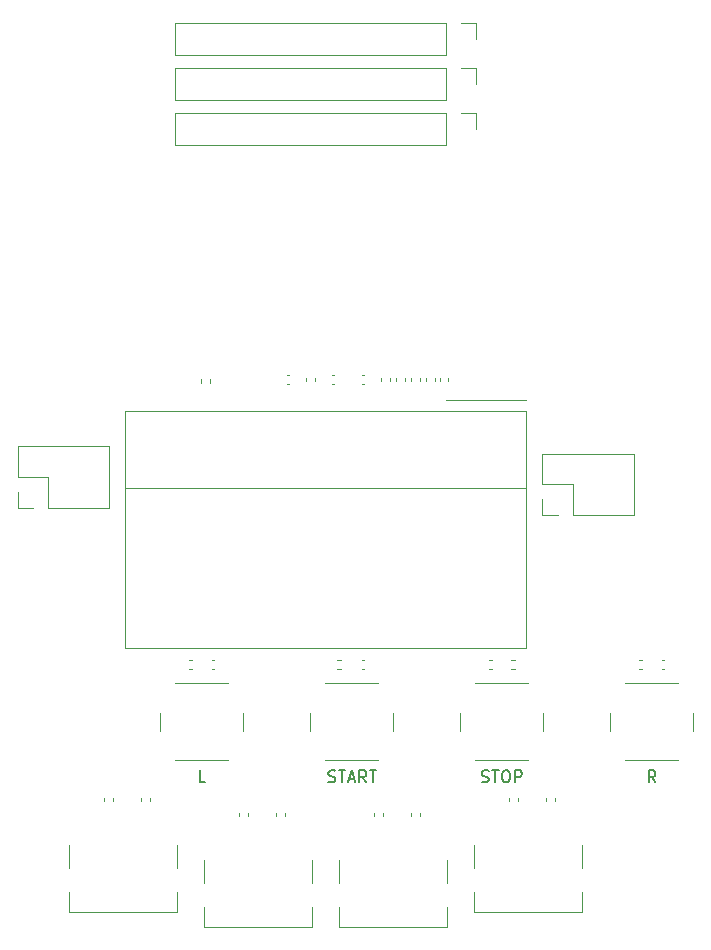
<source format=gbr>
%TF.GenerationSoftware,KiCad,Pcbnew,(6.0.5)*%
%TF.CreationDate,2022-11-15T22:48:55+09:00*%
%TF.ProjectId,IO_Board,494f5f42-6f61-4726-942e-6b696361645f,rev?*%
%TF.SameCoordinates,Original*%
%TF.FileFunction,Legend,Top*%
%TF.FilePolarity,Positive*%
%FSLAX46Y46*%
G04 Gerber Fmt 4.6, Leading zero omitted, Abs format (unit mm)*
G04 Created by KiCad (PCBNEW (6.0.5)) date 2022-11-15 22:48:55*
%MOMM*%
%LPD*%
G01*
G04 APERTURE LIST*
%ADD10C,0.150000*%
%ADD11C,0.120000*%
G04 APERTURE END LIST*
D10*
%TO.C,R*%
X180324523Y-140152380D02*
X179991190Y-139676190D01*
X179753095Y-140152380D02*
X179753095Y-139152380D01*
X180134047Y-139152380D01*
X180229285Y-139200000D01*
X180276904Y-139247619D01*
X180324523Y-139342857D01*
X180324523Y-139485714D01*
X180276904Y-139580952D01*
X180229285Y-139628571D01*
X180134047Y-139676190D01*
X179753095Y-139676190D01*
%TO.C,START*%
X152638809Y-140104761D02*
X152781666Y-140152380D01*
X153019761Y-140152380D01*
X153115000Y-140104761D01*
X153162619Y-140057142D01*
X153210238Y-139961904D01*
X153210238Y-139866666D01*
X153162619Y-139771428D01*
X153115000Y-139723809D01*
X153019761Y-139676190D01*
X152829285Y-139628571D01*
X152734047Y-139580952D01*
X152686428Y-139533333D01*
X152638809Y-139438095D01*
X152638809Y-139342857D01*
X152686428Y-139247619D01*
X152734047Y-139200000D01*
X152829285Y-139152380D01*
X153067380Y-139152380D01*
X153210238Y-139200000D01*
X153495952Y-139152380D02*
X154067380Y-139152380D01*
X153781666Y-140152380D02*
X153781666Y-139152380D01*
X154353095Y-139866666D02*
X154829285Y-139866666D01*
X154257857Y-140152380D02*
X154591190Y-139152380D01*
X154924523Y-140152380D01*
X155829285Y-140152380D02*
X155495952Y-139676190D01*
X155257857Y-140152380D02*
X155257857Y-139152380D01*
X155638809Y-139152380D01*
X155734047Y-139200000D01*
X155781666Y-139247619D01*
X155829285Y-139342857D01*
X155829285Y-139485714D01*
X155781666Y-139580952D01*
X155734047Y-139628571D01*
X155638809Y-139676190D01*
X155257857Y-139676190D01*
X156115000Y-139152380D02*
X156686428Y-139152380D01*
X156400714Y-140152380D02*
X156400714Y-139152380D01*
%TO.C,L*%
X142224523Y-140152380D02*
X141748333Y-140152380D01*
X141748333Y-139152380D01*
%TO.C,STOP*%
X165624523Y-140104761D02*
X165767380Y-140152380D01*
X166005476Y-140152380D01*
X166100714Y-140104761D01*
X166148333Y-140057142D01*
X166195952Y-139961904D01*
X166195952Y-139866666D01*
X166148333Y-139771428D01*
X166100714Y-139723809D01*
X166005476Y-139676190D01*
X165815000Y-139628571D01*
X165719761Y-139580952D01*
X165672142Y-139533333D01*
X165624523Y-139438095D01*
X165624523Y-139342857D01*
X165672142Y-139247619D01*
X165719761Y-139200000D01*
X165815000Y-139152380D01*
X166053095Y-139152380D01*
X166195952Y-139200000D01*
X166481666Y-139152380D02*
X167053095Y-139152380D01*
X166767380Y-140152380D02*
X166767380Y-139152380D01*
X167576904Y-139152380D02*
X167767380Y-139152380D01*
X167862619Y-139200000D01*
X167957857Y-139295238D01*
X168005476Y-139485714D01*
X168005476Y-139819047D01*
X167957857Y-140009523D01*
X167862619Y-140104761D01*
X167767380Y-140152380D01*
X167576904Y-140152380D01*
X167481666Y-140104761D01*
X167386428Y-140009523D01*
X167338809Y-139819047D01*
X167338809Y-139485714D01*
X167386428Y-139295238D01*
X167481666Y-139200000D01*
X167576904Y-139152380D01*
X168434047Y-140152380D02*
X168434047Y-139152380D01*
X168815000Y-139152380D01*
X168910238Y-139200000D01*
X168957857Y-139247619D01*
X169005476Y-139342857D01*
X169005476Y-139485714D01*
X168957857Y-139580952D01*
X168910238Y-139628571D01*
X168815000Y-139676190D01*
X168434047Y-139676190D01*
D11*
%TO.C,R*%
X183515000Y-135775000D02*
X183515000Y-134275000D01*
X177765000Y-138275000D02*
X182265000Y-138275000D01*
X182265000Y-131775000D02*
X177765000Y-131775000D01*
X176515000Y-134275000D02*
X176515000Y-135775000D01*
%TO.C,R7*%
X160400000Y-143028641D02*
X160400000Y-142721359D01*
X159640000Y-143028641D02*
X159640000Y-142721359D01*
%TO.C,J3*%
X162555000Y-83506000D02*
X162555000Y-86166000D01*
X163825000Y-83506000D02*
X165155000Y-83506000D01*
X162555000Y-86166000D02*
X139635000Y-86166000D01*
X162555000Y-83506000D02*
X139635000Y-83506000D01*
X165155000Y-83506000D02*
X165155000Y-84836000D01*
X139635000Y-83506000D02*
X139635000Y-86166000D01*
%TO.C,R2*%
X145795000Y-143028641D02*
X145795000Y-142721359D01*
X145035000Y-143028641D02*
X145035000Y-142721359D01*
%TO.C,C6*%
X155467164Y-106405000D02*
X155682836Y-106405000D01*
X155467164Y-105685000D02*
X155682836Y-105685000D01*
%TO.C,R12*%
X133605000Y-141758641D02*
X133605000Y-141451359D01*
X134365000Y-141758641D02*
X134365000Y-141451359D01*
%TO.C,R9*%
X140816359Y-130555000D02*
X141123641Y-130555000D01*
X140816359Y-129795000D02*
X141123641Y-129795000D01*
%TO.C,J4*%
X153535000Y-146740000D02*
X153535000Y-148660000D01*
X153535000Y-152375000D02*
X153535000Y-150670000D01*
X162695000Y-152375000D02*
X153535000Y-152375000D01*
X162695000Y-150670000D02*
X162695000Y-152375000D01*
X162695000Y-148660000D02*
X162695000Y-146740000D01*
%TO.C,J9*%
X170755000Y-114935000D02*
X170755000Y-112335000D01*
X172085000Y-117535000D02*
X170755000Y-117535000D01*
X170755000Y-117535000D02*
X170755000Y-116205000D01*
X170755000Y-112335000D02*
X178495000Y-112335000D01*
X178495000Y-117535000D02*
X178495000Y-112335000D01*
X173355000Y-117535000D02*
X178495000Y-117535000D01*
X173355000Y-114935000D02*
X170755000Y-114935000D01*
X173355000Y-117535000D02*
X173355000Y-114935000D01*
%TO.C,C11*%
X160930000Y-105937164D02*
X160930000Y-106152836D01*
X161650000Y-105937164D02*
X161650000Y-106152836D01*
%TO.C,START*%
X151115000Y-134275000D02*
X151115000Y-135775000D01*
X152365000Y-138275000D02*
X156865000Y-138275000D01*
X158115000Y-135775000D02*
X158115000Y-134275000D01*
X156865000Y-131775000D02*
X152365000Y-131775000D01*
%TO.C,J2*%
X126320000Y-116905000D02*
X126320000Y-115575000D01*
X128920000Y-114305000D02*
X126320000Y-114305000D01*
X134060000Y-116905000D02*
X134060000Y-111705000D01*
X128920000Y-116905000D02*
X134060000Y-116905000D01*
X126320000Y-114305000D02*
X126320000Y-111705000D01*
X126320000Y-111705000D02*
X134060000Y-111705000D01*
X127650000Y-116905000D02*
X126320000Y-116905000D01*
X128920000Y-116905000D02*
X128920000Y-114305000D01*
%TO.C,C3*%
X150770000Y-105937164D02*
X150770000Y-106152836D01*
X151490000Y-105937164D02*
X151490000Y-106152836D01*
%TO.C,R8*%
X178916359Y-130555000D02*
X179223641Y-130555000D01*
X178916359Y-129795000D02*
X179223641Y-129795000D01*
%TO.C,J10*%
X139835000Y-149400000D02*
X139835000Y-151105000D01*
X139835000Y-147390000D02*
X139835000Y-145470000D01*
X139835000Y-151105000D02*
X130675000Y-151105000D01*
X130675000Y-151105000D02*
X130675000Y-149400000D01*
X130675000Y-145470000D02*
X130675000Y-147390000D01*
%TO.C,R13*%
X136780000Y-141758641D02*
X136780000Y-141451359D01*
X137540000Y-141758641D02*
X137540000Y-141451359D01*
%TO.C,R5*%
X168428641Y-129795000D02*
X168121359Y-129795000D01*
X168428641Y-130555000D02*
X168121359Y-130555000D01*
%TO.C,J6*%
X169400000Y-107745000D02*
X163400000Y-107745000D01*
X163400000Y-107745000D02*
X162600000Y-107745000D01*
X135400000Y-128745000D02*
X169400000Y-128745000D01*
X169400000Y-115245000D02*
X135400000Y-115245000D01*
X169400000Y-108745000D02*
X169400000Y-128745000D01*
X135400000Y-108745000D02*
X169400000Y-108745000D01*
X162600000Y-107745000D02*
X162560000Y-107745000D01*
X169400000Y-108745000D02*
X169400000Y-115245000D01*
X135400000Y-128745000D02*
X135400000Y-108745000D01*
%TO.C,C9*%
X180867164Y-129815000D02*
X181082836Y-129815000D01*
X180867164Y-130535000D02*
X181082836Y-130535000D01*
%TO.C,L*%
X139665000Y-138275000D02*
X144165000Y-138275000D01*
X145415000Y-135775000D02*
X145415000Y-134275000D01*
X138415000Y-134275000D02*
X138415000Y-135775000D01*
X144165000Y-131775000D02*
X139665000Y-131775000D01*
%TO.C,C12*%
X162765000Y-105937164D02*
X162765000Y-106152836D01*
X162045000Y-105937164D02*
X162045000Y-106152836D01*
%TO.C,C7*%
X157120000Y-105937164D02*
X157120000Y-106152836D01*
X157840000Y-105937164D02*
X157840000Y-106152836D01*
%TO.C,C1*%
X155467164Y-129815000D02*
X155682836Y-129815000D01*
X155467164Y-130535000D02*
X155682836Y-130535000D01*
%TO.C,R11*%
X171830000Y-141758641D02*
X171830000Y-141451359D01*
X171070000Y-141758641D02*
X171070000Y-141451359D01*
%TO.C,R6*%
X157225000Y-143028641D02*
X157225000Y-142721359D01*
X156465000Y-143028641D02*
X156465000Y-142721359D01*
%TO.C,R1*%
X153391359Y-129795000D02*
X153698641Y-129795000D01*
X153391359Y-130555000D02*
X153698641Y-130555000D01*
%TO.C,C4*%
X149332836Y-105685000D02*
X149117164Y-105685000D01*
X149332836Y-106405000D02*
X149117164Y-106405000D01*
%TO.C,C10*%
X160380000Y-105937164D02*
X160380000Y-106152836D01*
X159660000Y-105937164D02*
X159660000Y-106152836D01*
%TO.C,C8*%
X158390000Y-105937164D02*
X158390000Y-106152836D01*
X159110000Y-105937164D02*
X159110000Y-106152836D01*
%TO.C,C2*%
X166477836Y-130535000D02*
X166262164Y-130535000D01*
X166477836Y-129815000D02*
X166262164Y-129815000D01*
%TO.C,C13*%
X142767164Y-129815000D02*
X142982836Y-129815000D01*
X142767164Y-130535000D02*
X142982836Y-130535000D01*
%TO.C,STOP*%
X163815000Y-134275000D02*
X163815000Y-135775000D01*
X170815000Y-135775000D02*
X170815000Y-134275000D01*
X165065000Y-138275000D02*
X169565000Y-138275000D01*
X169565000Y-131775000D02*
X165065000Y-131775000D01*
%TO.C,C5*%
X152927164Y-105685000D02*
X153142836Y-105685000D01*
X152927164Y-106405000D02*
X153142836Y-106405000D01*
%TO.C,R10*%
X167895000Y-141758641D02*
X167895000Y-141451359D01*
X168655000Y-141758641D02*
X168655000Y-141451359D01*
%TO.C,R3*%
X148210000Y-143028641D02*
X148210000Y-142721359D01*
X148970000Y-143028641D02*
X148970000Y-142721359D01*
%TO.C,J7*%
X174125000Y-151105000D02*
X164965000Y-151105000D01*
X174125000Y-147390000D02*
X174125000Y-145470000D01*
X164965000Y-145470000D02*
X164965000Y-147390000D01*
X164965000Y-151105000D02*
X164965000Y-149400000D01*
X174125000Y-149400000D02*
X174125000Y-151105000D01*
%TO.C,J5*%
X163830000Y-75886000D02*
X165160000Y-75886000D01*
X165160000Y-75886000D02*
X165160000Y-77216000D01*
X162560000Y-78546000D02*
X139640000Y-78546000D01*
X139640000Y-75886000D02*
X139640000Y-78546000D01*
X162560000Y-75886000D02*
X139640000Y-75886000D01*
X162560000Y-75886000D02*
X162560000Y-78546000D01*
%TO.C,R4*%
X141860000Y-106323641D02*
X141860000Y-106016359D01*
X142620000Y-106323641D02*
X142620000Y-106016359D01*
%TO.C,J8*%
X139640000Y-79696000D02*
X139640000Y-82356000D01*
X162560000Y-82356000D02*
X139640000Y-82356000D01*
X162560000Y-79696000D02*
X139640000Y-79696000D01*
X165160000Y-79696000D02*
X165160000Y-81026000D01*
X163830000Y-79696000D02*
X165160000Y-79696000D01*
X162560000Y-79696000D02*
X162560000Y-82356000D01*
%TO.C,J1*%
X142105000Y-146740000D02*
X142105000Y-148660000D01*
X151265000Y-148660000D02*
X151265000Y-146740000D01*
X151265000Y-152375000D02*
X142105000Y-152375000D01*
X142105000Y-152375000D02*
X142105000Y-150670000D01*
X151265000Y-150670000D02*
X151265000Y-152375000D01*
%TD*%
M02*

</source>
